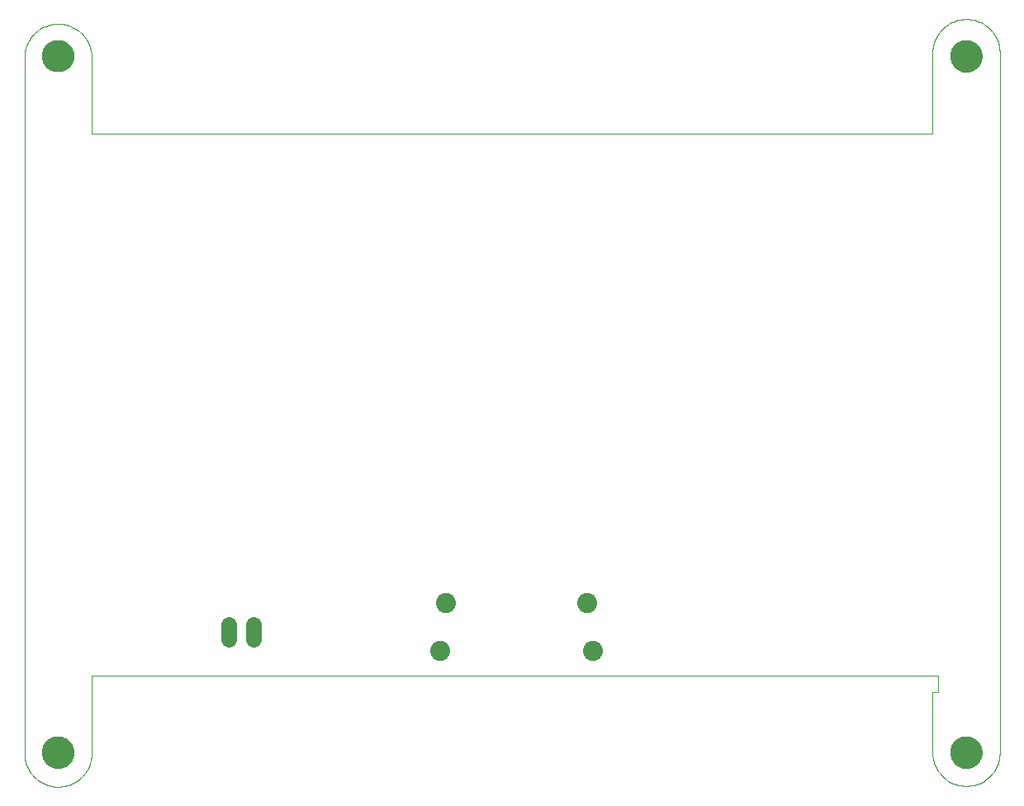
<source format=gbs>
G75*
G70*
%OFA0B0*%
%FSLAX24Y24*%
%IPPOS*%
%LPD*%
%AMOC8*
5,1,8,0,0,1.08239X$1,22.5*
%
%ADD10C,0.0000*%
%ADD11C,0.1300*%
%ADD12C,0.0808*%
%ADD13C,0.0640*%
D10*
X000504Y001489D02*
X000504Y029619D01*
X001232Y029639D02*
X001234Y029689D01*
X001240Y029739D01*
X001250Y029788D01*
X001264Y029836D01*
X001281Y029883D01*
X001302Y029928D01*
X001327Y029972D01*
X001355Y030013D01*
X001387Y030052D01*
X001421Y030089D01*
X001458Y030123D01*
X001498Y030153D01*
X001540Y030180D01*
X001584Y030204D01*
X001630Y030225D01*
X001677Y030241D01*
X001725Y030254D01*
X001775Y030263D01*
X001824Y030268D01*
X001875Y030269D01*
X001925Y030266D01*
X001974Y030259D01*
X002023Y030248D01*
X002071Y030233D01*
X002117Y030215D01*
X002162Y030193D01*
X002205Y030167D01*
X002246Y030138D01*
X002285Y030106D01*
X002321Y030071D01*
X002353Y030033D01*
X002383Y029993D01*
X002410Y029950D01*
X002433Y029906D01*
X002452Y029860D01*
X002468Y029812D01*
X002480Y029763D01*
X002488Y029714D01*
X002492Y029664D01*
X002492Y029614D01*
X002488Y029564D01*
X002480Y029515D01*
X002468Y029466D01*
X002452Y029418D01*
X002433Y029372D01*
X002410Y029328D01*
X002383Y029285D01*
X002353Y029245D01*
X002321Y029207D01*
X002285Y029172D01*
X002246Y029140D01*
X002205Y029111D01*
X002162Y029085D01*
X002117Y029063D01*
X002071Y029045D01*
X002023Y029030D01*
X001974Y029019D01*
X001925Y029012D01*
X001875Y029009D01*
X001824Y029010D01*
X001775Y029015D01*
X001725Y029024D01*
X001677Y029037D01*
X001630Y029053D01*
X001584Y029074D01*
X001540Y029098D01*
X001498Y029125D01*
X001458Y029155D01*
X001421Y029189D01*
X001387Y029226D01*
X001355Y029265D01*
X001327Y029306D01*
X001302Y029350D01*
X001281Y029395D01*
X001264Y029442D01*
X001250Y029490D01*
X001240Y029539D01*
X001234Y029589D01*
X001232Y029639D01*
X000504Y029619D02*
X000508Y029691D01*
X000517Y029763D01*
X000529Y029835D01*
X000545Y029905D01*
X000565Y029975D01*
X000588Y030043D01*
X000615Y030110D01*
X000646Y030176D01*
X000680Y030240D01*
X000717Y030302D01*
X000757Y030362D01*
X000801Y030419D01*
X000848Y030475D01*
X000897Y030527D01*
X000950Y030577D01*
X001005Y030624D01*
X001062Y030669D01*
X001122Y030710D01*
X001183Y030747D01*
X001247Y030782D01*
X001312Y030813D01*
X001379Y030840D01*
X001448Y030864D01*
X001517Y030884D01*
X001587Y030901D01*
X001659Y030914D01*
X001731Y030923D01*
X001803Y030928D01*
X001875Y030929D01*
X001947Y030926D01*
X002019Y030920D01*
X002091Y030910D01*
X002162Y030895D01*
X002232Y030878D01*
X002301Y030856D01*
X002369Y030831D01*
X002435Y030802D01*
X002500Y030770D01*
X002563Y030734D01*
X002624Y030695D01*
X002683Y030653D01*
X002739Y030608D01*
X002793Y030560D01*
X002845Y030509D01*
X002893Y030455D01*
X002939Y030399D01*
X002982Y030340D01*
X003021Y030280D01*
X003057Y030217D01*
X003090Y030153D01*
X003119Y030086D01*
X003145Y030019D01*
X003167Y029950D01*
X003185Y029880D01*
X003200Y029809D01*
X003211Y029737D01*
X003218Y029665D01*
X003221Y029593D01*
X003220Y029521D01*
X003220Y026489D01*
X037157Y026489D01*
X037157Y029757D01*
X037158Y029757D02*
X037160Y029829D01*
X037166Y029901D01*
X037175Y029973D01*
X037189Y030044D01*
X037206Y030114D01*
X037227Y030184D01*
X037251Y030252D01*
X037279Y030318D01*
X037311Y030383D01*
X037346Y030446D01*
X037384Y030508D01*
X037426Y030567D01*
X037471Y030624D01*
X037518Y030678D01*
X037569Y030730D01*
X037622Y030779D01*
X037677Y030825D01*
X037735Y030868D01*
X037796Y030908D01*
X037858Y030945D01*
X037922Y030978D01*
X037988Y031008D01*
X038055Y031034D01*
X038124Y031057D01*
X038194Y031076D01*
X038264Y031091D01*
X038336Y031103D01*
X038408Y031111D01*
X038480Y031115D01*
X038552Y031115D01*
X038624Y031111D01*
X038696Y031103D01*
X038768Y031091D01*
X038838Y031076D01*
X038908Y031057D01*
X038977Y031034D01*
X039044Y031008D01*
X039110Y030978D01*
X039174Y030945D01*
X039236Y030908D01*
X039297Y030868D01*
X039355Y030825D01*
X039410Y030779D01*
X039463Y030730D01*
X039514Y030678D01*
X039561Y030624D01*
X039606Y030567D01*
X039648Y030508D01*
X039686Y030446D01*
X039721Y030383D01*
X039753Y030318D01*
X039781Y030252D01*
X039805Y030184D01*
X039826Y030114D01*
X039843Y030044D01*
X039857Y029973D01*
X039866Y029901D01*
X039872Y029829D01*
X039874Y029757D01*
X039874Y001489D01*
X039872Y001417D01*
X039866Y001345D01*
X039857Y001273D01*
X039843Y001202D01*
X039826Y001132D01*
X039805Y001062D01*
X039781Y000994D01*
X039753Y000928D01*
X039721Y000863D01*
X039686Y000800D01*
X039648Y000738D01*
X039606Y000679D01*
X039561Y000622D01*
X039514Y000568D01*
X039463Y000516D01*
X039410Y000467D01*
X039355Y000421D01*
X039297Y000378D01*
X039236Y000338D01*
X039174Y000301D01*
X039110Y000268D01*
X039044Y000238D01*
X038977Y000212D01*
X038908Y000189D01*
X038838Y000170D01*
X038768Y000155D01*
X038696Y000143D01*
X038624Y000135D01*
X038552Y000131D01*
X038480Y000131D01*
X038408Y000135D01*
X038336Y000143D01*
X038264Y000155D01*
X038194Y000170D01*
X038124Y000189D01*
X038055Y000212D01*
X037988Y000238D01*
X037922Y000268D01*
X037858Y000301D01*
X037796Y000338D01*
X037735Y000378D01*
X037677Y000421D01*
X037622Y000467D01*
X037569Y000516D01*
X037518Y000568D01*
X037471Y000622D01*
X037426Y000679D01*
X037384Y000738D01*
X037346Y000800D01*
X037311Y000863D01*
X037279Y000928D01*
X037251Y000994D01*
X037227Y001062D01*
X037206Y001132D01*
X037189Y001202D01*
X037175Y001273D01*
X037166Y001345D01*
X037160Y001417D01*
X037158Y001489D01*
X037157Y001489D02*
X037157Y003911D01*
X037394Y003911D01*
X037394Y004600D01*
X003220Y004600D01*
X003220Y001430D01*
X003221Y001430D02*
X003217Y001358D01*
X003210Y001286D01*
X003199Y001215D01*
X003184Y001144D01*
X003165Y001074D01*
X003143Y001005D01*
X003117Y000938D01*
X003087Y000872D01*
X003054Y000807D01*
X003018Y000745D01*
X002978Y000684D01*
X002935Y000626D01*
X002889Y000570D01*
X002840Y000517D01*
X002789Y000466D01*
X002734Y000418D01*
X002678Y000373D01*
X002619Y000331D01*
X002558Y000293D01*
X002495Y000257D01*
X002430Y000225D01*
X002363Y000197D01*
X002295Y000172D01*
X002226Y000151D01*
X002156Y000133D01*
X002085Y000119D01*
X002013Y000109D01*
X001941Y000103D01*
X001869Y000101D01*
X001796Y000103D01*
X001724Y000108D01*
X001652Y000117D01*
X001581Y000130D01*
X001511Y000147D01*
X001441Y000168D01*
X001373Y000192D01*
X001307Y000220D01*
X001241Y000251D01*
X001178Y000286D01*
X001116Y000324D01*
X001057Y000365D01*
X001000Y000410D01*
X000945Y000457D01*
X000893Y000507D01*
X000844Y000560D01*
X000797Y000616D01*
X000754Y000673D01*
X000713Y000734D01*
X000676Y000796D01*
X000643Y000860D01*
X000613Y000925D01*
X000586Y000993D01*
X000563Y001061D01*
X000543Y001131D01*
X000528Y001202D01*
X000516Y001273D01*
X000508Y001345D01*
X000504Y001417D01*
X000503Y001490D01*
X001232Y001489D02*
X001234Y001539D01*
X001240Y001589D01*
X001250Y001638D01*
X001264Y001686D01*
X001281Y001733D01*
X001302Y001778D01*
X001327Y001822D01*
X001355Y001863D01*
X001387Y001902D01*
X001421Y001939D01*
X001458Y001973D01*
X001498Y002003D01*
X001540Y002030D01*
X001584Y002054D01*
X001630Y002075D01*
X001677Y002091D01*
X001725Y002104D01*
X001775Y002113D01*
X001824Y002118D01*
X001875Y002119D01*
X001925Y002116D01*
X001974Y002109D01*
X002023Y002098D01*
X002071Y002083D01*
X002117Y002065D01*
X002162Y002043D01*
X002205Y002017D01*
X002246Y001988D01*
X002285Y001956D01*
X002321Y001921D01*
X002353Y001883D01*
X002383Y001843D01*
X002410Y001800D01*
X002433Y001756D01*
X002452Y001710D01*
X002468Y001662D01*
X002480Y001613D01*
X002488Y001564D01*
X002492Y001514D01*
X002492Y001464D01*
X002488Y001414D01*
X002480Y001365D01*
X002468Y001316D01*
X002452Y001268D01*
X002433Y001222D01*
X002410Y001178D01*
X002383Y001135D01*
X002353Y001095D01*
X002321Y001057D01*
X002285Y001022D01*
X002246Y000990D01*
X002205Y000961D01*
X002162Y000935D01*
X002117Y000913D01*
X002071Y000895D01*
X002023Y000880D01*
X001974Y000869D01*
X001925Y000862D01*
X001875Y000859D01*
X001824Y000860D01*
X001775Y000865D01*
X001725Y000874D01*
X001677Y000887D01*
X001630Y000903D01*
X001584Y000924D01*
X001540Y000948D01*
X001498Y000975D01*
X001458Y001005D01*
X001421Y001039D01*
X001387Y001076D01*
X001355Y001115D01*
X001327Y001156D01*
X001302Y001200D01*
X001281Y001245D01*
X001264Y001292D01*
X001250Y001340D01*
X001240Y001389D01*
X001234Y001439D01*
X001232Y001489D01*
X037886Y001489D02*
X037888Y001539D01*
X037894Y001589D01*
X037904Y001638D01*
X037918Y001686D01*
X037935Y001733D01*
X037956Y001778D01*
X037981Y001822D01*
X038009Y001863D01*
X038041Y001902D01*
X038075Y001939D01*
X038112Y001973D01*
X038152Y002003D01*
X038194Y002030D01*
X038238Y002054D01*
X038284Y002075D01*
X038331Y002091D01*
X038379Y002104D01*
X038429Y002113D01*
X038478Y002118D01*
X038529Y002119D01*
X038579Y002116D01*
X038628Y002109D01*
X038677Y002098D01*
X038725Y002083D01*
X038771Y002065D01*
X038816Y002043D01*
X038859Y002017D01*
X038900Y001988D01*
X038939Y001956D01*
X038975Y001921D01*
X039007Y001883D01*
X039037Y001843D01*
X039064Y001800D01*
X039087Y001756D01*
X039106Y001710D01*
X039122Y001662D01*
X039134Y001613D01*
X039142Y001564D01*
X039146Y001514D01*
X039146Y001464D01*
X039142Y001414D01*
X039134Y001365D01*
X039122Y001316D01*
X039106Y001268D01*
X039087Y001222D01*
X039064Y001178D01*
X039037Y001135D01*
X039007Y001095D01*
X038975Y001057D01*
X038939Y001022D01*
X038900Y000990D01*
X038859Y000961D01*
X038816Y000935D01*
X038771Y000913D01*
X038725Y000895D01*
X038677Y000880D01*
X038628Y000869D01*
X038579Y000862D01*
X038529Y000859D01*
X038478Y000860D01*
X038429Y000865D01*
X038379Y000874D01*
X038331Y000887D01*
X038284Y000903D01*
X038238Y000924D01*
X038194Y000948D01*
X038152Y000975D01*
X038112Y001005D01*
X038075Y001039D01*
X038041Y001076D01*
X038009Y001115D01*
X037981Y001156D01*
X037956Y001200D01*
X037935Y001245D01*
X037918Y001292D01*
X037904Y001340D01*
X037894Y001389D01*
X037888Y001439D01*
X037886Y001489D01*
X037886Y029619D02*
X037888Y029669D01*
X037894Y029719D01*
X037904Y029768D01*
X037918Y029816D01*
X037935Y029863D01*
X037956Y029908D01*
X037981Y029952D01*
X038009Y029993D01*
X038041Y030032D01*
X038075Y030069D01*
X038112Y030103D01*
X038152Y030133D01*
X038194Y030160D01*
X038238Y030184D01*
X038284Y030205D01*
X038331Y030221D01*
X038379Y030234D01*
X038429Y030243D01*
X038478Y030248D01*
X038529Y030249D01*
X038579Y030246D01*
X038628Y030239D01*
X038677Y030228D01*
X038725Y030213D01*
X038771Y030195D01*
X038816Y030173D01*
X038859Y030147D01*
X038900Y030118D01*
X038939Y030086D01*
X038975Y030051D01*
X039007Y030013D01*
X039037Y029973D01*
X039064Y029930D01*
X039087Y029886D01*
X039106Y029840D01*
X039122Y029792D01*
X039134Y029743D01*
X039142Y029694D01*
X039146Y029644D01*
X039146Y029594D01*
X039142Y029544D01*
X039134Y029495D01*
X039122Y029446D01*
X039106Y029398D01*
X039087Y029352D01*
X039064Y029308D01*
X039037Y029265D01*
X039007Y029225D01*
X038975Y029187D01*
X038939Y029152D01*
X038900Y029120D01*
X038859Y029091D01*
X038816Y029065D01*
X038771Y029043D01*
X038725Y029025D01*
X038677Y029010D01*
X038628Y028999D01*
X038579Y028992D01*
X038529Y028989D01*
X038478Y028990D01*
X038429Y028995D01*
X038379Y029004D01*
X038331Y029017D01*
X038284Y029033D01*
X038238Y029054D01*
X038194Y029078D01*
X038152Y029105D01*
X038112Y029135D01*
X038075Y029169D01*
X038041Y029206D01*
X038009Y029245D01*
X037981Y029286D01*
X037956Y029330D01*
X037935Y029375D01*
X037918Y029422D01*
X037904Y029470D01*
X037894Y029519D01*
X037888Y029569D01*
X037886Y029619D01*
D11*
X038516Y029619D03*
X001862Y029639D03*
X001862Y001489D03*
X038516Y001489D03*
D12*
X023457Y005603D03*
X023220Y007533D03*
X017512Y007533D03*
X017276Y005603D03*
D13*
X009764Y006071D02*
X009764Y006671D01*
X008764Y006671D02*
X008764Y006071D01*
M02*

</source>
